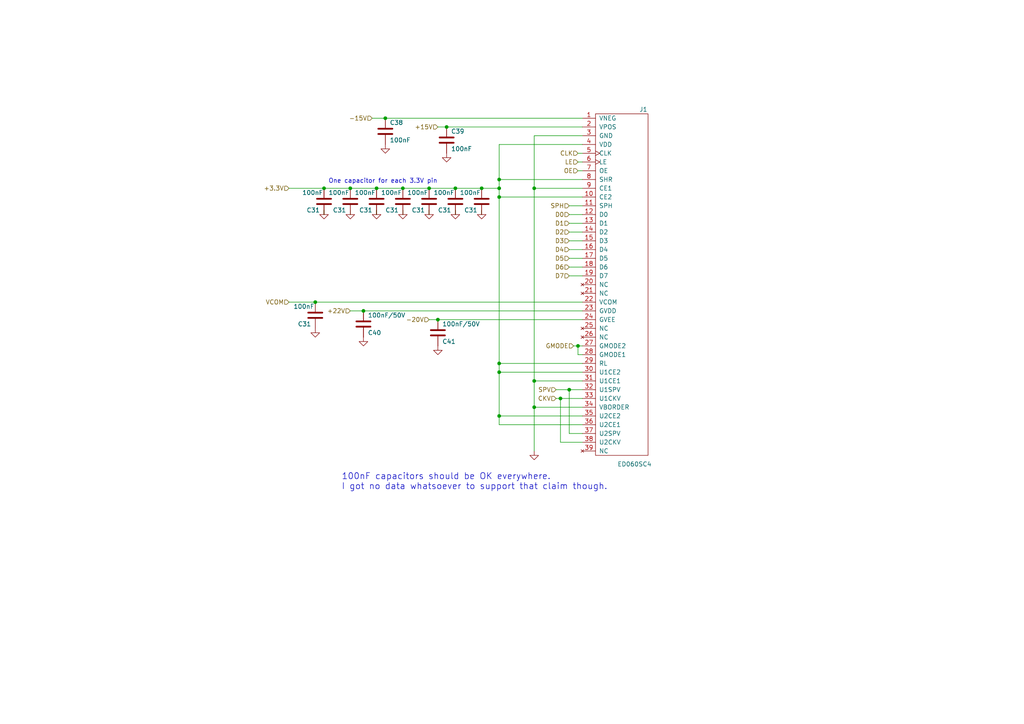
<source format=kicad_sch>
(kicad_sch (version 20230121) (generator eeschema)
  (paper "A4")
  (lib_symbols
    (symbol "Device:C" (pin_numbers hide) (pin_names (offset 0.254))
      (property "Reference" "C" (at 0.635 2.54 0))
      (property "Value" "C" (at 0.635 -2.54 0))
      (symbol "C_0_1"
        (polyline (pts (xy -2.032 -0.762) (xy 2.032 -0.762)) (stroke (width 0.508)))
        (polyline (pts (xy -2.032 0.762) (xy 2.032 0.762)) (stroke (width 0.508)))
      )
      (symbol "C_1_1"
        (pin passive line (at 0 3.81 270) (length 2.794) (name "~") (number "1"))
        (pin passive line (at 0 -3.81 90) (length 2.794) (name "~") (number "2"))
      )
    )
    (symbol "ED060SC4:ED060SC4" (pin_names (offset 1.016))
      (property "Reference" "J" (at 0 50.8 0))
      (property "Value" "ED060SC4" (at 15.24 0 90))
      (symbol "ED060SC4_0_1"
        (rectangle (start -1.27 -49.53) (end 13.97 49.53))
      )
      (symbol "ED060SC4_1_1"
        (pin power_in line (at -5.08 48.26 0) (length 3.81) (name "VNEG") (number "1"))
        (pin passive line (at -5.08 25.4 0) (length 3.81) (name "CE2") (number "10"))
        (pin input line (at -5.08 22.86 0) (length 3.81) (name "SPH") (number "11"))
        (pin input line (at -5.08 20.32 0) (length 3.81) (name "D0") (number "12"))
        (pin input line (at -5.08 17.78 0) (length 3.81) (name "D1") (number "13"))
        (pin input line (at -5.08 15.24 0) (length 3.81) (name "D2") (number "14"))
        (pin input line (at -5.08 12.7 0) (length 3.81) (name "D3") (number "15"))
        (pin input line (at -5.08 10.16 0) (length 3.81) (name "D4") (number "16"))
        (pin input line (at -5.08 7.62 0) (length 3.81) (name "D5") (number "17"))
        (pin input line (at -5.08 5.08 0) (length 3.81) (name "D6") (number "18"))
        (pin input line (at -5.08 2.54 0) (length 3.81) (name "D7") (number "19"))
        (pin power_in line (at -5.08 45.72 0) (length 3.81) (name "VPOS") (number "2"))
        (pin no_connect line (at -5.08 0 0) (length 3.81) (name "NC") (number "20"))
        (pin no_connect line (at -5.08 -2.54 0) (length 3.81) (name "NC") (number "21"))
        (pin power_in line (at -5.08 -5.08 0) (length 3.81) (name "VCOM") (number "22"))
        (pin power_in line (at -5.08 -7.62 0) (length 3.81) (name "GVDD") (number "23"))
        (pin power_in line (at -5.08 -10.16 0) (length 3.81) (name "GVEE") (number "24"))
        (pin no_connect line (at -5.08 -12.7 0) (length 3.81) (name "NC") (number "25"))
        (pin no_connect line (at -5.08 -15.24 0) (length 3.81) (name "NC") (number "26"))
        (pin input line (at -5.08 -17.78 0) (length 3.81) (name "GMODE2") (number "27"))
        (pin input line (at -5.08 -20.32 0) (length 3.81) (name "GMODE1") (number "28"))
        (pin input line (at -5.08 -22.86 0) (length 3.81) (name "RL") (number "29"))
        (pin power_in line (at -5.08 43.18 0) (length 3.81) (name "GND") (number "3"))
        (pin input line (at -5.08 -25.4 0) (length 3.81) (name "U1CE2") (number "30"))
        (pin input line (at -5.08 -27.94 0) (length 3.81) (name "U1CE1") (number "31"))
        (pin input line (at -5.08 -30.48 0) (length 3.81) (name "U1SPV") (number "32"))
        (pin input line (at -5.08 -33.02 0) (length 3.81) (name "U1CKV") (number "33"))
        (pin power_in line (at -5.08 -35.56 0) (length 3.81) (name "VBORDER") (number "34"))
        (pin input line (at -5.08 -38.1 0) (length 3.81) (name "U2CE2") (number "35"))
        (pin input line (at -5.08 -40.64 0) (length 3.81) (name "U2CE1") (number "36"))
        (pin input line (at -5.08 -43.18 0) (length 3.81) (name "U2SPV") (number "37"))
        (pin input line (at -5.08 -45.72 0) (length 3.81) (name "U2CKV") (number "38"))
        (pin no_connect line (at -5.08 -48.26 0) (length 3.81) (name "NC") (number "39"))
        (pin power_in line (at -5.08 40.64 0) (length 3.81) (name "VDD") (number "4"))
        (pin input clock (at -5.08 38.1 0) (length 3.81) (name "CLK") (number "5"))
        (pin input clock (at -5.08 35.56 0) (length 3.81) (name "LE") (number "6"))
        (pin input line (at -5.08 33.02 0) (length 3.81) (name "OE") (number "7"))
        (pin input line (at -5.08 30.48 0) (length 3.81) (name "SHR") (number "8"))
        (pin passive line (at -5.08 27.94 0) (length 3.81) (name "CE1") (number "9"))
      )
    )
    (symbol "power:GND" (power) (pin_names (offset 0))
      (property "Value" "GND" (at 0 -3.81 0))
      (symbol "GND_0_1"
        (polyline (pts (xy 0 0) (xy 0 -1.27) (xy 1.27 -1.27) (xy 0 -2.54) (xy -1.27 -1.27) (xy 0 -1.27)))
      )
      (symbol "GND_1_1"
        (pin power_in line (at 0 0 270) (length 0) hide (name "GND") (number "1"))
      )
    )
  )
  (junction (at 91.44 87.63))
  (junction (at 144.78 54.61))
  (junction (at 139.7 54.61))
  (junction (at 93.98 54.61))
  (junction (at 165.1 113.03))
  (junction (at 144.78 52.07))
  (junction (at 111.76 34.29))
  (junction (at 129.54 36.83))
  (junction (at 132.08 54.61))
  (junction (at 127 92.71))
  (junction (at 144.78 120.65))
  (junction (at 101.6 54.61))
  (junction (at 167.64 100.33))
  (junction (at 144.78 57.15))
  (junction (at 109.22 54.61))
  (junction (at 154.94 54.61))
  (junction (at 162.56 115.57))
  (junction (at 144.78 107.95))
  (junction (at 124.46 54.61))
  (junction (at 154.94 118.11))
  (junction (at 154.94 110.49))
  (junction (at 116.84 54.61))
  (junction (at 105.41 90.17))
  (junction (at 144.78 105.41))
  (wire (pts (xy 124.46 92.71) (xy 127 92.71)))
  (wire (pts (xy 165.1 59.69) (xy 168.91 59.69)))
  (wire (pts (xy 154.94 39.37) (xy 168.91 39.37)))
  (wire (pts (xy 165.1 67.31) (xy 168.91 67.31)))
  (wire (pts (xy 168.91 125.73) (xy 165.1 125.73)))
  (wire (pts (xy 107.95 34.29) (xy 111.76 34.29)))
  (wire (pts (xy 165.1 62.23) (xy 168.91 62.23)))
  (wire (pts (xy 154.94 54.61) (xy 154.94 39.37)))
  (wire (pts (xy 168.91 54.61) (xy 154.94 54.61)))
  (wire (pts (xy 144.78 54.61) (xy 144.78 57.15)))
  (wire (pts (xy 139.7 60.96) (xy 139.7 62.23)))
  (wire (pts (xy 165.1 64.77) (xy 168.91 64.77)))
  (wire (pts (xy 165.1 80.01) (xy 168.91 80.01)))
  (wire (pts (xy 168.91 110.49) (xy 154.94 110.49)))
  (wire (pts (xy 124.46 54.61) (xy 132.08 54.61)))
  (wire (pts (xy 165.1 74.93) (xy 168.91 74.93)))
  (wire (pts (xy 109.22 54.61) (xy 116.84 54.61)))
  (wire (pts (xy 93.98 54.61) (xy 101.6 54.61)))
  (wire (pts (xy 144.78 41.91) (xy 168.91 41.91)))
  (wire (pts (xy 167.64 102.87) (xy 168.91 102.87)))
  (wire (pts (xy 165.1 72.39) (xy 168.91 72.39)))
  (wire (pts (xy 162.56 128.27) (xy 168.91 128.27)))
  (wire (pts (xy 93.98 60.96) (xy 93.98 62.23)))
  (wire (pts (xy 154.94 54.61) (xy 154.94 110.49)))
  (wire (pts (xy 144.78 57.15) (xy 168.91 57.15)))
  (wire (pts (xy 165.1 77.47) (xy 168.91 77.47)))
  (wire (pts (xy 144.78 57.15) (xy 144.78 105.41)))
  (wire (pts (xy 162.56 115.57) (xy 162.56 128.27)))
  (wire (pts (xy 167.64 49.53) (xy 168.91 49.53)))
  (wire (pts (xy 166.37 100.33) (xy 167.64 100.33)))
  (wire (pts (xy 101.6 60.96) (xy 101.6 62.23)))
  (wire (pts (xy 154.94 110.49) (xy 154.94 118.11)))
  (wire (pts (xy 144.78 107.95) (xy 168.91 107.95)))
  (wire (pts (xy 144.78 52.07) (xy 144.78 54.61)))
  (wire (pts (xy 167.64 44.45) (xy 168.91 44.45)))
  (wire (pts (xy 127 36.83) (xy 129.54 36.83)))
  (wire (pts (xy 101.6 90.17) (xy 105.41 90.17)))
  (wire (pts (xy 129.54 36.83) (xy 168.91 36.83)))
  (wire (pts (xy 167.64 100.33) (xy 168.91 100.33)))
  (wire (pts (xy 105.41 90.17) (xy 168.91 90.17)))
  (wire (pts (xy 116.84 60.96) (xy 116.84 62.23)))
  (wire (pts (xy 165.1 125.73) (xy 165.1 113.03)))
  (wire (pts (xy 154.94 118.11) (xy 154.94 130.81)))
  (wire (pts (xy 124.46 60.96) (xy 124.46 62.23)))
  (wire (pts (xy 83.82 54.61) (xy 93.98 54.61)))
  (wire (pts (xy 161.29 115.57) (xy 162.56 115.57)))
  (wire (pts (xy 132.08 54.61) (xy 139.7 54.61)))
  (wire (pts (xy 144.78 105.41) (xy 168.91 105.41)))
  (wire (pts (xy 165.1 113.03) (xy 168.91 113.03)))
  (wire (pts (xy 165.1 69.85) (xy 168.91 69.85)))
  (wire (pts (xy 91.44 87.63) (xy 168.91 87.63)))
  (wire (pts (xy 167.64 100.33) (xy 167.64 102.87)))
  (wire (pts (xy 154.94 118.11) (xy 168.91 118.11)))
  (wire (pts (xy 144.78 123.19) (xy 168.91 123.19)))
  (wire (pts (xy 144.78 120.65) (xy 168.91 120.65)))
  (wire (pts (xy 132.08 60.96) (xy 132.08 62.23)))
  (wire (pts (xy 139.7 54.61) (xy 144.78 54.61)))
  (wire (pts (xy 167.64 46.99) (xy 168.91 46.99)))
  (wire (pts (xy 144.78 123.19) (xy 144.78 120.65)))
  (wire (pts (xy 144.78 107.95) (xy 144.78 105.41)))
  (wire (pts (xy 144.78 41.91) (xy 144.78 52.07)))
  (wire (pts (xy 111.76 34.29) (xy 168.91 34.29)))
  (wire (pts (xy 161.29 113.03) (xy 165.1 113.03)))
  (wire (pts (xy 162.56 115.57) (xy 168.91 115.57)))
  (wire (pts (xy 127 92.71) (xy 168.91 92.71)))
  (wire (pts (xy 83.82 87.63) (xy 91.44 87.63)))
  (wire (pts (xy 116.84 54.61) (xy 124.46 54.61)))
  (wire (pts (xy 101.6 54.61) (xy 109.22 54.61)))
  (wire (pts (xy 144.78 120.65) (xy 144.78 107.95)))
  (wire (pts (xy 144.78 52.07) (xy 168.91 52.07)))
  (wire (pts (xy 109.22 60.96) (xy 109.22 62.23)))
  (text "100nF capacitors should be OK everywhere. \nI got no data whatsoever to support that claim though." (at 99.06 142.24 0) (effects (font (size 1.8 1.8)) (justify left bottom)))
  (text "One capacitor for each 3.3V pin\n" (at 95.25 53.34 0) (effects (font (size 1.27 1.27)) (justify left bottom)))
  (hierarchical_label "VCOM" (shape input) (at 83.82 87.63 180))
  (hierarchical_label "D6" (shape input) (at 165.1 77.47 180))
  (hierarchical_label "D4" (shape input) (at 165.1 72.39 180))
  (hierarchical_label "D7" (shape input) (at 165.1 80.01 180))
  (hierarchical_label "OE" (shape input) (at 167.64 49.53 180))
  (hierarchical_label "-20V" (shape input) (at 124.46 92.71 180))
  (hierarchical_label "CLK" (shape input) (at 167.64 44.45 180))
  (hierarchical_label "+22V" (shape input) (at 101.6 90.17 180))
  (hierarchical_label "D0" (shape input) (at 165.1 62.23 180))
  (hierarchical_label "D3" (shape input) (at 165.1 69.85 180))
  (hierarchical_label "GMODE" (shape input) (at 166.37 100.33 180))
  (hierarchical_label "CKV" (shape input) (at 161.29 115.57 180))
  (hierarchical_label "+3.3V" (shape input) (at 83.82 54.61 180))
  (hierarchical_label "SPV" (shape input) (at 161.29 113.03 180))
  (hierarchical_label "SPH" (shape input) (at 165.1 59.69 180))
  (hierarchical_label "-15V" (shape input) (at 107.95 34.29 180))
  (hierarchical_label "+15V" (shape input) (at 127 36.83 180))
  (hierarchical_label "D5" (shape input) (at 165.1 74.93 180))
  (hierarchical_label "D1" (shape input) (at 165.1 64.77 180))
  (hierarchical_label "D2" (shape input) (at 165.1 67.31 180))
  (hierarchical_label "LE" (shape input) (at 167.64 46.99 180))
  (symbol (lib_id "power:GND") (at 154.94 130.81 0) (unit 1)
    (property "Reference" "#PWR046" (effects hide))
    (property "Value" "GND" (effects hide))
    (instances (project "ED060SC4_SPI_driver_board" (path "" (reference "#PWR046") (unit 1)) (path "" (reference "#PWR048") (unit 1))))
  )
  (symbol (lib_id "power:GND") (at 101.6 60.96 0) (unit 1)
    (property "Reference" "#PWR047" (effects hide))
    (property "Value" "GND" (effects hide))
    (instances (project "ED060SC4_SPI_driver_board" (path "" (reference "#PWR047") (unit 1)) (path "" (reference "#PWR049") (unit 1))))
  )
  (symbol (lib_id "power:GND") (at 93.98 60.96 0) (unit 1)
    (property "Reference" "#PWR047" (effects hide))
    (property "Value" "GND" (effects hide))
  )
  (symbol (lib_id "Device:C") (at 111.76 38.1 0) (unit 1)
    (property "Reference" "C38" (at 113.03 35.56 0) (effects (justify left)))
    (property "Value" "100nF" (at 113.03 40.64 0) (effects (justify left)))
  )
  (symbol (lib_id "Device:C") (at 129.54 40.64 0) (unit 1)
    (property "Reference" "C39" (at 130.81 38.1 0) (effects (justify left)))
    (property "Value" "100nF" (at 130.81 43.18 0) (effects (justify left)))
  )
  (symbol (lib_id "power:GND") (at 111.76 41.91 0) (unit 1)
    (property "Reference" "#PWR047" (effects hide))
    (property "Value" "GND" (effects hide))
    (instances (project "ED060SC4_SPI_driver_board" (path "" (reference "#PWR047") (unit 1)) (path "" (reference "#PWR046") (unit 1))))
  )
  (symbol (lib_id "power:GND") (at 127 100.33 0) (unit 1)
    (property "Reference" "#PWR047" (effects hide))
    (property "Value" "GND" (effects hide))
    (instances (project "ED060SC4_SPI_driver_board" (path "" (reference "#PWR047") (unit 1)) (path "" (reference "#PWR057") (unit 1))))
  )
  (symbol (lib_id "Device:C") (at 132.08 58.42 0) (unit 1)
    (property "Reference" "C31" (at 127 60.96 0) (effects (justify left)))
    (property "Value" "100nF" (at 125.73 55.88 0) (effects (justify left)))
    (instances (project "ED060SC4_SPI_driver_board" (path "" (reference "C31") (unit 1)) (path "" (reference "C36") (unit 1))))
  )
  (symbol (lib_id "Device:C") (at 101.6 58.42 0) (unit 1)
    (property "Reference" "C31" (at 96.52 60.96 0) (effects (justify left)))
    (property "Value" "100nF" (at 95.25 55.88 0) (effects (justify left)))
    (instances (project "ED060SC4_SPI_driver_board" (path "" (reference "C31") (unit 1)) (path "" (reference "C32") (unit 1))))
  )
  (symbol (lib_id "Device:C") (at 105.41 93.98 0) (unit 1)
    (property "Reference" "C40" (at 106.68 96.52 0) (effects (justify left)))
    (property "Value" "100nF/50V" (at 106.68 91.44 0) (effects (justify left)))
  )
  (symbol (lib_id "Device:C") (at 93.98 58.42 0) (unit 1)
    (property "Reference" "C31" (at 88.9 60.96 0) (effects (justify left)))
    (property "Value" "100nF" (at 87.63 55.88 0) (effects (justify left)))
  )
  (symbol (lib_id "power:GND") (at 105.41 97.79 0) (unit 1)
    (property "Reference" "#PWR047" (effects hide))
    (property "Value" "GND" (effects hide))
    (instances (project "ED060SC4_SPI_driver_board" (path "" (reference "#PWR047") (unit 1)) (path "" (reference "#PWR056") (unit 1))))
  )
  (symbol (lib_id "Device:C") (at 91.44 91.44 0) (unit 1)
    (property "Reference" "C31" (at 86.36 93.98 0) (effects (justify left)))
    (property "Value" "100nF" (at 85.09 88.9 0) (effects (justify left)))
    (instances (project "ED060SC4_SPI_driver_board" (path "" (reference "C31") (unit 1)) (path "" (reference "C42") (unit 1))))
  )
  (symbol (lib_id "Device:C") (at 127 96.52 0) (unit 1)
    (property "Reference" "C41" (at 128.27 99.06 0) (effects (justify left)))
    (property "Value" "100nF/50V" (at 128.27 93.98 0) (effects (justify left)))
  )
  (symbol (lib_id "Device:C") (at 124.46 58.42 0) (unit 1)
    (property "Reference" "C31" (at 119.38 60.96 0) (effects (justify left)))
    (property "Value" "100nF" (at 118.11 55.88 0) (effects (justify left)))
    (instances (project "ED060SC4_SPI_driver_board" (path "" (reference "C31") (unit 1)) (path "" (reference "C35") (unit 1))))
  )
  (symbol (lib_id "power:GND") (at 132.08 60.96 0) (unit 1)
    (property "Reference" "#PWR047" (effects hide))
    (property "Value" "GND" (effects hide))
    (instances (project "ED060SC4_SPI_driver_board" (path "" (reference "#PWR047") (unit 1)) (path "" (reference "#PWR053") (unit 1))))
  )
  (symbol (lib_id "Device:C") (at 116.84 58.42 0) (unit 1)
    (property "Reference" "C31" (at 111.76 60.96 0) (effects (justify left)))
    (property "Value" "100nF" (at 110.49 55.88 0) (effects (justify left)))
    (instances (project "ED060SC4_SPI_driver_board" (path "" (reference "C31") (unit 1)) (path "" (reference "C34") (unit 1))))
  )
  (symbol (lib_id "ED060SC4:ED060SC4") (at 173.99 82.55 0) (unit 1)
    (property "Reference" "J1" (at 185.42 31.75 0) (effects (justify left)))
    (property "Value" "ED060SC4" (at 179.07 134.62 0) (effects (justify left)))
    (property "Footprint" "local_lib:HRS_FH26W-39S-0.3SHW(60)" (effects hide))
    (property "Datasheet" "https://datasheetspdf.com/pdf-file/730402/PrimeView/ED060SC4/1" (effects hide))
  )
  (symbol (lib_id "power:GND") (at 139.7 60.96 0) (unit 1)
    (property "Reference" "#PWR047" (effects hide))
    (property "Value" "GND" (effects hide))
    (instances (project "ED060SC4_SPI_driver_board" (path "" (reference "#PWR047") (unit 1)) (path "" (reference "#PWR054") (unit 1))))
  )
  (symbol (lib_id "Device:C") (at 139.7 58.42 0) (unit 1)
    (property "Reference" "C31" (at 134.62 60.96 0) (effects (justify left)))
    (property "Value" "100nF" (at 133.35 55.88 0) (effects (justify left)))
    (instances (project "ED060SC4_SPI_driver_board" (path "" (reference "C31") (unit 1)) (path "" (reference "C37") (unit 1))))
  )
  (symbol (lib_id "power:GND") (at 116.84 60.96 0) (unit 1)
    (property "Reference" "#PWR047" (effects hide))
    (property "Value" "GND" (effects hide))
    (instances (project "ED060SC4_SPI_driver_board" (path "" (reference "#PWR047") (unit 1)) (path "" (reference "#PWR051") (unit 1))))
  )
  (symbol (lib_id "power:GND") (at 91.44 95.25 0) (unit 1)
    (property "Reference" "#PWR047" (effects hide))
    (property "Value" "GND" (effects hide))
    (instances (project "ED060SC4_SPI_driver_board" (path "" (reference "#PWR047") (unit 1)) (path "" (reference "#PWR058") (unit 1))))
  )
  (symbol (lib_id "power:GND") (at 129.54 44.45 0) (unit 1)
    (property "Reference" "#PWR047" (effects hide))
    (property "Value" "GND" (effects hide))
    (instances (project "ED060SC4_SPI_driver_board" (path "" (reference "#PWR047") (unit 1)) (path "" (reference "#PWR055") (unit 1))))
  )
  (symbol (lib_id "power:GND") (at 124.46 60.96 0) (unit 1)
    (property "Reference" "#PWR047" (effects hide))
    (property "Value" "GND" (effects hide))
    (instances (project "ED060SC4_SPI_driver_board" (path "" (reference "#PWR047") (unit 1)) (path "" (reference "#PWR052") (unit 1))))
  )
  (symbol (lib_id "Device:C") (at 109.22 58.42 0) (unit 1)
    (property "Reference" "C31" (at 104.14 60.96 0) (effects (justify left)))
    (property "Value" "100nF" (at 102.87 55.88 0) (effects (justify left)))
    (instances (project "ED060SC4_SPI_driver_board" (path "" (reference "C31") (unit 1)) (path "" (reference "C33") (unit 1))))
  )
  (symbol (lib_id "power:GND") (at 109.22 60.96 0) (unit 1)
    (property "Reference" "#PWR047" (effects hide))
    (property "Value" "GND" (effects hide))
    (instances (project "ED060SC4_SPI_driver_board" (path "" (reference "#PWR047") (unit 1)) (path "" (reference "#PWR050") (unit 1))))
  )
)
</source>
